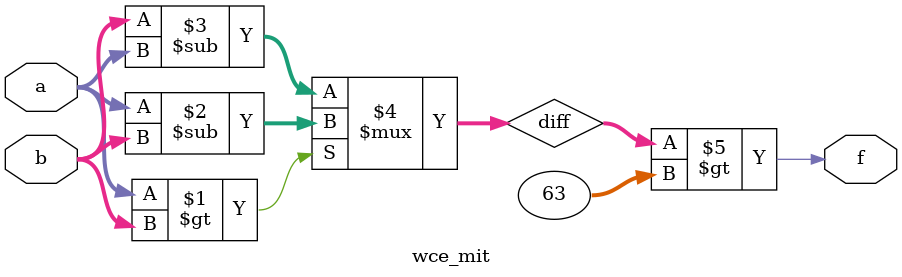
<source format=v>
module wce_mit(a, b, f);
parameter _bit = 9;
parameter wce = 63;
input [_bit - 1: 0] a;
input [_bit - 1: 0] b;
output f;
wire [_bit - 1: 0] diff;
assign diff = (a > b)? (a - b): (b - a);
assign f = (diff > wce);
endmodule

</source>
